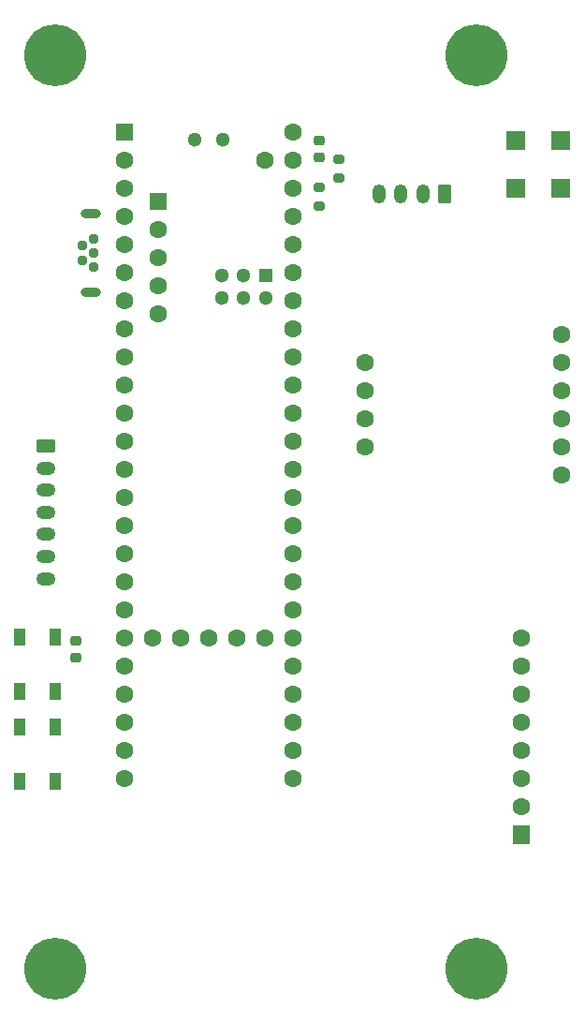
<source format=gbr>
%TF.GenerationSoftware,KiCad,Pcbnew,(6.0.7)*%
%TF.CreationDate,2023-04-01T23:58:30-04:00*%
%TF.ProjectId,board_one_teensy_22,626f6172-645f-46f6-9e65-5f7465656e73,rev?*%
%TF.SameCoordinates,Original*%
%TF.FileFunction,Soldermask,Top*%
%TF.FilePolarity,Negative*%
%FSLAX46Y46*%
G04 Gerber Fmt 4.6, Leading zero omitted, Abs format (unit mm)*
G04 Created by KiCad (PCBNEW (6.0.7)) date 2023-04-01 23:58:30*
%MOMM*%
%LPD*%
G01*
G04 APERTURE LIST*
G04 Aperture macros list*
%AMRoundRect*
0 Rectangle with rounded corners*
0 $1 Rounding radius*
0 $2 $3 $4 $5 $6 $7 $8 $9 X,Y pos of 4 corners*
0 Add a 4 corners polygon primitive as box body*
4,1,4,$2,$3,$4,$5,$6,$7,$8,$9,$2,$3,0*
0 Add four circle primitives for the rounded corners*
1,1,$1+$1,$2,$3*
1,1,$1+$1,$4,$5*
1,1,$1+$1,$6,$7*
1,1,$1+$1,$8,$9*
0 Add four rect primitives between the rounded corners*
20,1,$1+$1,$2,$3,$4,$5,0*
20,1,$1+$1,$4,$5,$6,$7,0*
20,1,$1+$1,$6,$7,$8,$9,0*
20,1,$1+$1,$8,$9,$2,$3,0*%
G04 Aperture macros list end*
%ADD10RoundRect,0.200000X0.275000X-0.200000X0.275000X0.200000X-0.275000X0.200000X-0.275000X-0.200000X0*%
%ADD11R,1.600000X1.780000*%
%ADD12C,1.600000*%
%ADD13C,3.600000*%
%ADD14C,5.600000*%
%ADD15RoundRect,0.250000X-0.625000X0.350000X-0.625000X-0.350000X0.625000X-0.350000X0.625000X0.350000X0*%
%ADD16O,1.750000X1.200000*%
%ADD17RoundRect,0.225000X-0.250000X0.225000X-0.250000X-0.225000X0.250000X-0.225000X0.250000X0.225000X0*%
%ADD18R,1.800000X1.700000*%
%ADD19RoundRect,0.200000X-0.275000X0.200000X-0.275000X-0.200000X0.275000X-0.200000X0.275000X0.200000X0*%
%ADD20R,1.000000X1.500000*%
%ADD21RoundRect,0.225000X0.250000X-0.225000X0.250000X0.225000X-0.250000X0.225000X-0.250000X-0.225000X0*%
%ADD22C,0.958000*%
%ADD23O,1.816000X0.908000*%
%ADD24R,1.600000X1.600000*%
%ADD25R,1.300000X1.300000*%
%ADD26C,1.300000*%
%ADD27RoundRect,0.250000X0.350000X0.625000X-0.350000X0.625000X-0.350000X-0.625000X0.350000X-0.625000X0*%
%ADD28O,1.200000X1.750000*%
G04 APERTURE END LIST*
D10*
%TO.C,R5*%
X142494000Y-66865000D03*
X142494000Y-65215000D03*
%TD*%
D11*
%TO.C,U3*%
X160830000Y-123700000D03*
D12*
X160830000Y-121160000D03*
X160830000Y-118620000D03*
X160830000Y-116080000D03*
X160830000Y-113540000D03*
X160830000Y-111000000D03*
X160830000Y-108460000D03*
X160830000Y-105920000D03*
%TD*%
D13*
%TO.C,H1*%
X118614971Y-53255682D03*
D14*
X118614971Y-53255682D03*
%TD*%
D15*
%TO.C,J2*%
X117820000Y-88560000D03*
D16*
X117820000Y-90560000D03*
X117820000Y-92560000D03*
X117820000Y-94560000D03*
X117820000Y-96560000D03*
X117820000Y-98560000D03*
X117820000Y-100560000D03*
%TD*%
D17*
%TO.C,C1*%
X142494000Y-60947000D03*
X142494000Y-62497000D03*
%TD*%
D13*
%TO.C,H4*%
X118603304Y-135797904D03*
D14*
X118603304Y-135797904D03*
%TD*%
D13*
%TO.C,H3*%
X156706146Y-53242782D03*
D14*
X156706146Y-53242782D03*
%TD*%
D12*
%TO.C,U2*%
X164470000Y-91190000D03*
X164470000Y-88650000D03*
X164470000Y-86110000D03*
X164470000Y-83570000D03*
X164470000Y-81030000D03*
X164470000Y-78490000D03*
X146690000Y-81030000D03*
X146690000Y-83570000D03*
X146690000Y-86110000D03*
X146690000Y-88650000D03*
%TD*%
D18*
%TO.C,D1*%
X160256000Y-65278000D03*
X164356000Y-65278000D03*
%TD*%
D19*
%TO.C,R4*%
X144272000Y-62675000D03*
X144272000Y-64325000D03*
%TD*%
D20*
%TO.C,D4*%
X115392400Y-110721300D03*
X118592400Y-110721300D03*
X118592400Y-105821300D03*
X115392400Y-105821300D03*
%TD*%
D21*
%TO.C,C2*%
X120497600Y-107696000D03*
X120497600Y-106146000D03*
%TD*%
D20*
%TO.C,D3*%
X115392400Y-118849300D03*
X118592400Y-118849300D03*
X118592400Y-113949300D03*
X115392400Y-113949300D03*
%TD*%
D22*
%TO.C,J3*%
X122092500Y-69830000D03*
X121092500Y-70480000D03*
X122092500Y-71130000D03*
X121092500Y-71780000D03*
X122092500Y-72430000D03*
D23*
X121872500Y-67555000D03*
X121872500Y-74705000D03*
%TD*%
D13*
%TO.C,H2*%
X156701211Y-135804448D03*
D14*
X156701211Y-135804448D03*
%TD*%
D18*
%TO.C,D2*%
X160256000Y-60960000D03*
X164356000Y-60960000D03*
%TD*%
D24*
%TO.C,U1*%
X124855000Y-60190000D03*
D12*
X124855000Y-62730000D03*
X124855000Y-65270000D03*
X124855000Y-67810000D03*
X124855000Y-70350000D03*
X124855000Y-72890000D03*
X124855000Y-75430000D03*
X124855000Y-77970000D03*
X124855000Y-80510000D03*
X124855000Y-83050000D03*
X124855000Y-85590000D03*
X124855000Y-88130000D03*
X124855000Y-90670000D03*
X124855000Y-93210000D03*
X124855000Y-95750000D03*
X124855000Y-98290000D03*
X124855000Y-100830000D03*
X124855000Y-103370000D03*
X124855000Y-105910000D03*
X124855000Y-108450000D03*
X124855000Y-110990000D03*
X124855000Y-113530000D03*
X124855000Y-116070000D03*
X124855000Y-118610000D03*
X140095000Y-118610000D03*
X140095000Y-116070000D03*
X140095000Y-113530000D03*
X140095000Y-110990000D03*
X140095000Y-108450000D03*
X140095000Y-105910000D03*
X140095000Y-103370000D03*
X140095000Y-100830000D03*
X140095000Y-98290000D03*
X140095000Y-95750000D03*
X140095000Y-93210000D03*
X140095000Y-90670000D03*
X140095000Y-88130000D03*
X140095000Y-85590000D03*
X140095000Y-83050000D03*
X140095000Y-80510000D03*
X140095000Y-77970000D03*
X140095000Y-75430000D03*
X140095000Y-72890000D03*
X140095000Y-70350000D03*
X140095000Y-67810000D03*
X140095000Y-65270000D03*
X140095000Y-62730000D03*
X140095000Y-60190000D03*
X137555000Y-62730000D03*
X127395000Y-105910000D03*
X129935000Y-105910000D03*
X132475000Y-105910000D03*
X135015000Y-105910000D03*
X137555000Y-105910000D03*
D24*
X127905800Y-66489200D03*
D12*
X127905800Y-69029200D03*
X127905800Y-71569200D03*
X127905800Y-74109200D03*
X127905800Y-76649200D03*
D25*
X137656600Y-73160000D03*
D26*
X135656600Y-73160000D03*
X133656600Y-73160000D03*
X133656600Y-75160000D03*
X135656600Y-75160000D03*
X137656600Y-75160000D03*
X133745000Y-60920000D03*
X131205000Y-60920000D03*
%TD*%
D27*
%TO.C,J1*%
X153880000Y-65780000D03*
D28*
X151880000Y-65780000D03*
X149880000Y-65780000D03*
X147880000Y-65780000D03*
%TD*%
M02*

</source>
